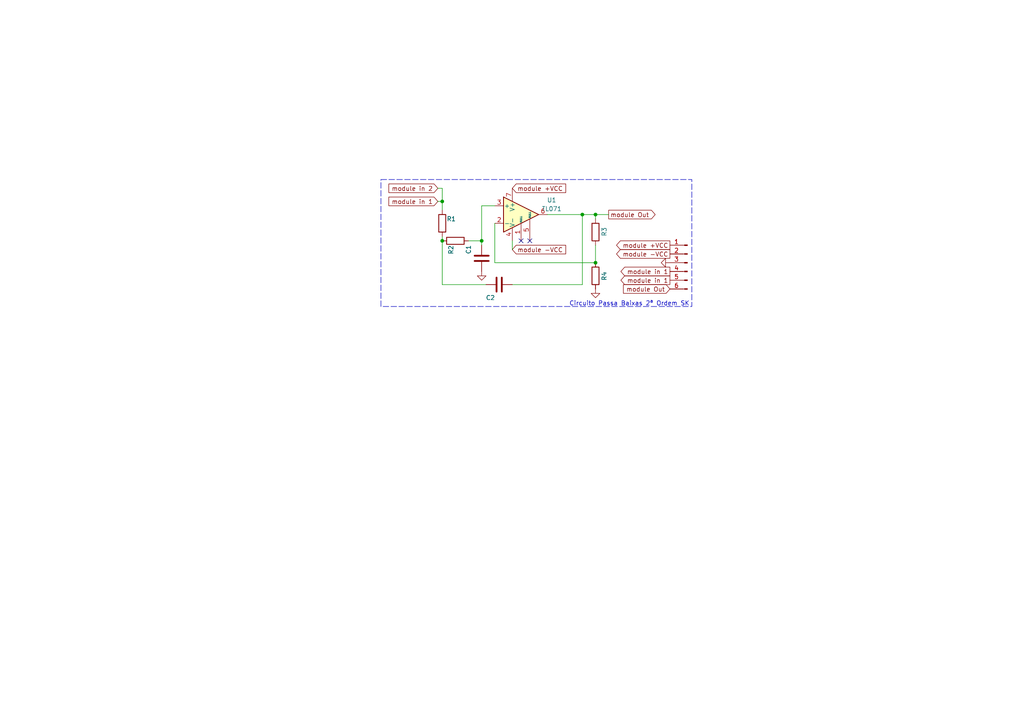
<source format=kicad_sch>
(kicad_sch (version 20230121) (generator eeschema)
  (paper "A4")
  (lib_symbols
    (symbol "Amplifier_Operational:TL071" (pin_names (offset 0.127))
      (property "Reference" "U" (at 0 6.35 0))
      (property "Value" "TL071" (at 0 3.81 0))
      (symbol "TL071_0_1"
        (polyline (pts (xy -5.08 5.08) (xy 5.08 0) (xy -5.08 -5.08) (xy -5.08 5.08)) (stroke (width 0.254)) (fill (type background)))
      )
      (symbol "TL071_1_1"
        (pin input line (at 0 -7.62 90) (length 5.08) (name "NULL") (number "1"))
        (pin input line (at -7.62 -2.54 0) (length 2.54) (name "-") (number "2"))
        (pin input line (at -7.62 2.54 0) (length 2.54) (name "+") (number "3"))
        (pin power_in line (at -2.54 -7.62 90) (length 3.81) (name "V-") (number "4"))
        (pin input line (at 2.54 -7.62 90) (length 6.35) (name "NULL") (number "5"))
        (pin output line (at 7.62 0 180) (length 2.54) (name "~") (number "6"))
        (pin power_in line (at -2.54 7.62 270) (length 3.81) (name "V+") (number "7"))
        (pin no_connect line (at 0 2.54 270) (length 2.54) hide (name "NC") (number "8"))
      )
    )
    (symbol "Connector:Conn_01x06_Pin" (pin_names (offset 1.016) hide)
      (property "Reference" "J" (at 0 7.62 0))
      (property "Value" "Conn_01x06_Pin" (at 0 -10.16 0))
      (symbol "Conn_01x06_Pin_1_1"
        (polyline (pts (xy 1.27 -7.62) (xy 0.8636 -7.62)) (stroke (width 0.1524)))
        (polyline (pts (xy 1.27 -5.08) (xy 0.8636 -5.08)) (stroke (width 0.1524)))
        (polyline (pts (xy 1.27 -2.54) (xy 0.8636 -2.54)) (stroke (width 0.1524)))
        (polyline (pts (xy 1.27 0) (xy 0.8636 0)) (stroke (width 0.1524)))
        (polyline (pts (xy 1.27 2.54) (xy 0.8636 2.54)) (stroke (width 0.1524)))
        (polyline (pts (xy 1.27 5.08) (xy 0.8636 5.08)) (stroke (width 0.1524)))
        (rectangle (start 0.8636 -7.493) (end 0 -7.747) (stroke (width 0.1524)) (fill (type outline)))
        (rectangle (start 0.8636 -4.953) (end 0 -5.207) (stroke (width 0.1524)) (fill (type outline)))
        (rectangle (start 0.8636 -2.413) (end 0 -2.667) (stroke (width 0.1524)) (fill (type outline)))
        (rectangle (start 0.8636 0.127) (end 0 -0.127) (stroke (width 0.1524)) (fill (type outline)))
        (rectangle (start 0.8636 2.667) (end 0 2.413) (stroke (width 0.1524)) (fill (type outline)))
        (rectangle (start 0.8636 5.207) (end 0 4.953) (stroke (width 0.1524)) (fill (type outline)))
        (pin passive line (at 5.08 5.08 180) (length 3.81) (name "Pin_1") (number "1"))
        (pin passive line (at 5.08 2.54 180) (length 3.81) (name "Pin_2") (number "2"))
        (pin passive line (at 5.08 0 180) (length 3.81) (name "Pin_3") (number "3"))
        (pin passive line (at 5.08 -2.54 180) (length 3.81) (name "Pin_4") (number "4"))
        (pin passive line (at 5.08 -5.08 180) (length 3.81) (name "Pin_5") (number "5"))
        (pin passive line (at 5.08 -7.62 180) (length 3.81) (name "Pin_6") (number "6"))
      )
    )
    (symbol "Device:C" (pin_numbers hide) (pin_names (offset 0.254))
      (property "Reference" "C" (at 0.635 2.54 0))
      (property "Value" "C" (at 0.635 -2.54 0))
      (symbol "C_0_1"
        (polyline (pts (xy -2.032 -0.762) (xy 2.032 -0.762)) (stroke (width 0.508)))
        (polyline (pts (xy -2.032 0.762) (xy 2.032 0.762)) (stroke (width 0.508)))
      )
      (symbol "C_1_1"
        (pin passive line (at 0 3.81 270) (length 2.794) (name "~") (number "1"))
        (pin passive line (at 0 -3.81 90) (length 2.794) (name "~") (number "2"))
      )
    )
    (symbol "Device:R" (pin_numbers hide) (pin_names (offset 0))
      (property "Reference" "R" (at 2.032 0 90))
      (property "Value" "R" (at 0 0 90))
      (symbol "R_0_1"
        (rectangle (start -1.016 2.54) (end 1.016 -2.54) (stroke (width 0.254)))
      )
      (symbol "R_1_1"
        (pin passive line (at 0 3.81 270) (length 1.27) (name "~") (number "1"))
        (pin passive line (at 0 -3.81 90) (length 1.27) (name "~") (number "2"))
      )
    )
    (symbol "power:GND" (power) (pin_names (offset 0))
      (property "Value" "GND" (at 0 -3.81 0))
      (symbol "GND_0_1"
        (polyline (pts (xy 0 0) (xy 0 -1.27) (xy 1.27 -1.27) (xy 0 -2.54) (xy -1.27 -1.27) (xy 0 -1.27)))
      )
      (symbol "GND_1_1"
        (pin power_in line (at 0 0 270) (length 0) hide (name "GND") (number "1"))
      )
    )
  )
  (junction (at 128.27 69.85))
  (junction (at 172.72 62.23))
  (junction (at 139.7 69.85))
  (junction (at 128.27 58.42))
  (junction (at 168.91 62.23))
  (junction (at 172.72 76.2))
  (no_connect (at 153.67 69.85))
  (no_connect (at 151.13 69.85))
  (wire (pts (xy 135.89 69.85) (xy 139.7 69.85)))
  (wire (pts (xy 168.91 62.23) (xy 172.72 62.23)))
  (wire (pts (xy 148.59 82.55) (xy 168.91 82.55)))
  (wire (pts (xy 128.27 54.61) (xy 128.27 58.42)))
  (wire (pts (xy 128.27 82.55) (xy 140.97 82.55)))
  (wire (pts (xy 127 54.61) (xy 128.27 54.61)))
  (wire (pts (xy 127 58.42) (xy 128.27 58.42)))
  (wire (pts (xy 172.72 62.23) (xy 172.72 63.5)))
  (wire (pts (xy 128.27 58.42) (xy 128.27 60.96)))
  (wire (pts (xy 168.91 62.23) (xy 168.91 82.55)))
  (wire (pts (xy 148.59 72.39) (xy 148.59 69.85)))
  (wire (pts (xy 139.7 59.69) (xy 143.51 59.69)))
  (wire (pts (xy 139.7 69.85) (xy 139.7 71.12)))
  (wire (pts (xy 172.72 71.12) (xy 172.72 76.2)))
  (wire (pts (xy 139.7 69.85) (xy 139.7 59.69)))
  (wire (pts (xy 128.27 68.58) (xy 128.27 69.85)))
  (wire (pts (xy 172.72 62.23) (xy 176.53 62.23)))
  (wire (pts (xy 158.75 62.23) (xy 168.91 62.23)))
  (wire (pts (xy 143.51 76.2) (xy 172.72 76.2)))
  (wire (pts (xy 128.27 69.85) (xy 128.27 82.55)))
  (wire (pts (xy 143.51 76.2) (xy 143.51 64.77)))
  (rectangle (start 110.49 52.07) (end 200.66 88.9) (stroke (width 0) (type dash)))
  (text "Circuito Passa Baixas 2ª Ordem SK" (at 165.1 88.9 0) (effects (font (size 1.27 1.27)) (justify left bottom)))
  (global_label "module -VCC" (shape input) (at 148.59 72.39 0) (property "Intersheetrefs" "${INTERSHEET_REFS}" (effects hide)))
  (global_label "module -VCC" (shape output) (at 194.31 73.66 180) (property "Intersheetrefs" "${INTERSHEET_REFS}" (effects hide)))
  (global_label "module in 2" (shape input) (at 127 54.61 180) (property "Intersheetrefs" "${INTERSHEET_REFS}" (effects hide)))
  (global_label "module in 1" (shape output) (at 194.31 81.28 180) (property "Intersheetrefs" "${INTERSHEET_REFS}" (effects hide)))
  (global_label "module Out" (shape output) (at 176.53 62.23 0) (property "Intersheetrefs" "${INTERSHEET_REFS}" (effects hide)))
  (global_label "module in 1" (shape output) (at 194.31 78.74 180) (property "Intersheetrefs" "${INTERSHEET_REFS}" (effects hide)))
  (global_label "module +VCC" (shape output) (at 194.31 71.12 180) (property "Intersheetrefs" "${INTERSHEET_REFS}" (effects hide)))
  (global_label "module Out" (shape input) (at 194.31 83.82 180) (property "Intersheetrefs" "${INTERSHEET_REFS}" (effects hide)))
  (global_label "module in 1" (shape input) (at 127 58.42 180) (property "Intersheetrefs" "${INTERSHEET_REFS}" (effects hide)))
  (global_label "module +VCC" (shape input) (at 148.59 54.61 0) (property "Intersheetrefs" "${INTERSHEET_REFS}" (effects hide)))
  (symbol (lib_id "power:GND") (at 139.7 78.74 0) (unit 1)
    (property "Reference" "#PWR01" (effects hide))
    (property "Value" "GND" (effects hide))
  )
  (symbol (lib_id "Amplifier_Operational:TL071") (at 151.13 62.23 0) (unit 1)
    (property "Reference" "U1" (at 160.02 58.0391 0))
    (property "Value" "TL071" (at 160.02 60.5791 0))
    (property "Footprint" "Package_DIP:DIP-8_W7.62mm_Socket" (effects hide))
    (property "Datasheet" "http://www.ti.com/lit/ds/symlink/tl071.pdf" (effects hide))
  )
  (symbol (lib_id "Device:R") (at 172.72 80.01 0) (mirror x) (unit 1)
    (property "Reference" "R4" (at 175.26 78.74 90) (effects (justify left)))
    (property "Value" "R" (effects hide))
    (property "Footprint" "Resistor_THT:R_Axial_DIN0207_L6.3mm_D2.5mm_P7.62mm_Horizontal" (effects hide))
  )
  (symbol (lib_id "power:GND") (at 194.31 76.2 270) (unit 1)
    (property "Reference" "#PWR03" (effects hide))
    (property "Value" "GND" (effects hide))
  )
  (symbol (lib_id "Device:R") (at 132.08 69.85 90) (mirror x) (unit 1)
    (property "Reference" "R2" (at 130.81 71.12 0) (effects (justify left)))
    (property "Value" "R" (effects hide))
    (property "Footprint" "Resistor_THT:R_Axial_DIN0207_L6.3mm_D2.5mm_P7.62mm_Horizontal" (effects hide))
  )
  (symbol (lib_id "Device:R") (at 172.72 67.31 0) (unit 1)
    (property "Reference" "R3" (at 175.26 68.58 90) (effects (justify left)))
    (property "Value" "R" (effects hide))
    (property "Footprint" "Resistor_THT:R_Axial_DIN0207_L6.3mm_D2.5mm_P7.62mm_Horizontal" (effects hide))
  )
  (symbol (lib_id "Connector:Conn_01x06_Pin") (at 199.39 76.2 0) (mirror y) (unit 1)
    (property "Reference" "J1" (effects hide))
    (property "Value" "Conn_01x06_Pin" (effects hide))
    (property "Footprint" "Connector_PinHeader_2.54mm:PinHeader_1x06_P2.54mm_Vertical" (effects hide))
  )
  (symbol (lib_id "Device:C") (at 139.7 74.93 0) (unit 1)
    (property "Reference" "C1" (at 135.89 72.39 90))
    (property "Value" "C" (effects hide))
  )
  (symbol (lib_id "Device:R") (at 128.27 64.77 0) (unit 1)
    (property "Reference" "R1" (at 129.54 63.5 0) (effects (justify left)))
    (property "Value" "R" (effects hide))
    (property "Footprint" "Resistor_THT:R_Axial_DIN0207_L6.3mm_D2.5mm_P7.62mm_Horizontal" (effects hide))
  )
  (symbol (lib_id "power:GND") (at 172.72 83.82 0) (unit 1)
    (property "Reference" "#PWR02" (effects hide))
    (property "Value" "GND" (effects hide))
  )
  (symbol (lib_id "Device:C") (at 144.78 82.55 90) (unit 1)
    (property "Reference" "C2" (at 142.24 86.36 90))
    (property "Value" "C" (effects hide))
  )
)
</source>
